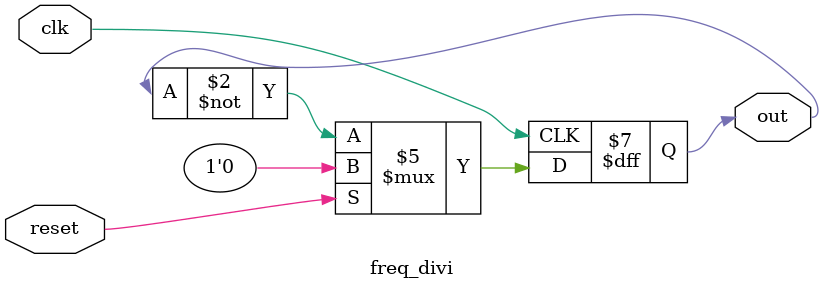
<source format=sv>
module freq_divi(
  input clk,reset,
  output reg out);
     initial
      out = 1'b0;
  
   always@(posedge clk)
    begin
    if(reset)
      out <= 1'b0;
    else 
       out <= ~out;
    end
  
endmodule 
  
</source>
